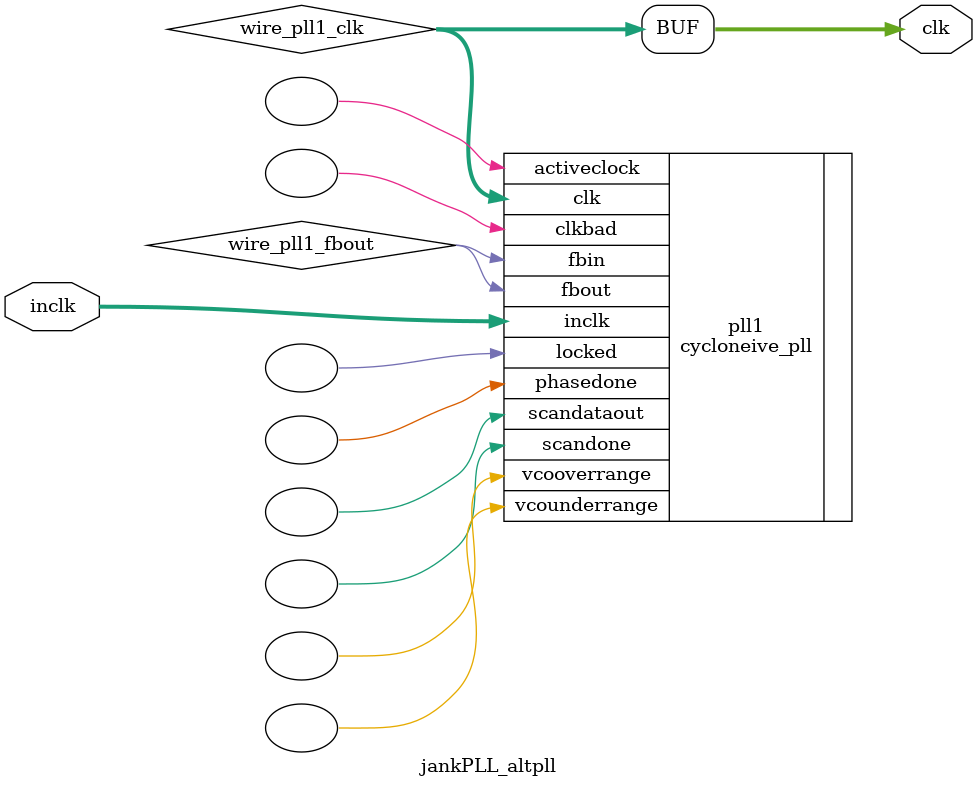
<source format=v>






//synthesis_resources = cycloneive_pll 1 
//synopsys translate_off
`timescale 1 ps / 1 ps
//synopsys translate_on
module  jankPLL_altpll
	( 
	clk,
	inclk) /* synthesis synthesis_clearbox=1 */;
	output   [4:0]  clk;
	input   [1:0]  inclk;
`ifndef ALTERA_RESERVED_QIS
// synopsys translate_off
`endif
	tri0   [1:0]  inclk;
`ifndef ALTERA_RESERVED_QIS
// synopsys translate_on
`endif

	wire  [4:0]   wire_pll1_clk;
	wire  wire_pll1_fbout;

	cycloneive_pll   pll1
	( 
	.activeclock(),
	.clk(wire_pll1_clk),
	.clkbad(),
	.fbin(wire_pll1_fbout),
	.fbout(wire_pll1_fbout),
	.inclk(inclk),
	.locked(),
	.phasedone(),
	.scandataout(),
	.scandone(),
	.vcooverrange(),
	.vcounderrange()
	`ifndef FORMAL_VERIFICATION
	// synopsys translate_off
	`endif
	,
	.areset(1'b0),
	.clkswitch(1'b0),
	.configupdate(1'b0),
	.pfdena(1'b1),
	.phasecounterselect({3{1'b0}}),
	.phasestep(1'b0),
	.phaseupdown(1'b0),
	.scanclk(1'b0),
	.scanclkena(1'b1),
	.scandata(1'b0)
	`ifndef FORMAL_VERIFICATION
	// synopsys translate_on
	`endif
	);
	defparam
		pll1.bandwidth_type = "auto",
		pll1.clk0_divide_by = 25,
		pll1.clk0_duty_cycle = 50,
		pll1.clk0_multiply_by = 12,
		pll1.clk0_phase_shift = "0",
		pll1.clk1_divide_by = 2,
		pll1.clk1_duty_cycle = 50,
		pll1.clk1_multiply_by = 1,
		pll1.clk1_phase_shift = "0",
		pll1.clk2_divide_by = 1,
		pll1.clk2_duty_cycle = 50,
		pll1.clk2_multiply_by = 1,
		pll1.clk2_phase_shift = "0",
		pll1.compensate_clock = "clk0",
		pll1.inclk0_input_frequency = 20000,
		pll1.operation_mode = "normal",
		pll1.pll_type = "auto",
		pll1.lpm_type = "cycloneive_pll";
	assign
		clk = {wire_pll1_clk[4:0]};
endmodule //jankPLL_altpll
//VALID FILE

</source>
